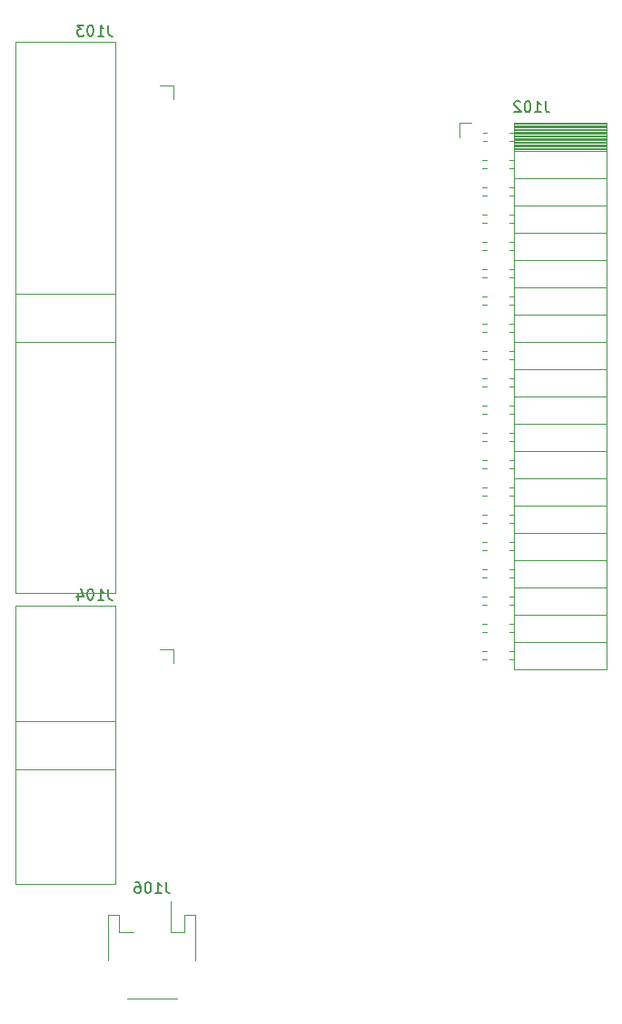
<source format=gbo>
G04 #@! TF.GenerationSoftware,KiCad,Pcbnew,(5.99.0-490-gc7ce93e10)*
G04 #@! TF.CreationDate,2019-12-10T11:33:49+01:00*
G04 #@! TF.ProjectId,LichtDom,4c696368-7444-46f6-9d2e-6b696361645f,0.1*
G04 #@! TF.SameCoordinates,Original*
G04 #@! TF.FileFunction,Legend,Bot*
G04 #@! TF.FilePolarity,Positive*
%FSLAX46Y46*%
G04 Gerber Fmt 4.6, Leading zero omitted, Abs format (unit mm)*
G04 Created by KiCad (PCBNEW (5.99.0-490-gc7ce93e10)) date 2019-12-10 11:33:49*
%MOMM*%
%LPD*%
G04 APERTURE LIST*
%ADD10C,0.120000*%
%ADD11C,0.150000*%
%ADD12R,1.602000X3.502000*%
%ADD13R,1.102000X3.602000*%
%ADD14C,3.302000*%
%ADD15C,2.902000*%
%ADD16O,1.802000X1.802000*%
%ADD17R,1.802000X1.802000*%
%ADD18O,1.829200X1.829200*%
%ADD19R,1.829200X1.829200*%
%ADD20O,1.802000X2.102000*%
%ADD21R,1.802000X2.102000*%
G04 APERTURE END LIST*
D10*
X193590000Y-164260000D02*
X188910000Y-164260000D01*
X188210000Y-158040000D02*
X189490000Y-158040000D01*
X188210000Y-156440000D02*
X188210000Y-158040000D01*
X187190000Y-156440000D02*
X188210000Y-156440000D01*
X187190000Y-160690000D02*
X187190000Y-156440000D01*
X193010000Y-158040000D02*
X193010000Y-155150000D01*
X194290000Y-158040000D02*
X193010000Y-158040000D01*
X194290000Y-156440000D02*
X194290000Y-158040000D01*
X195310000Y-156440000D02*
X194290000Y-156440000D01*
X195310000Y-160690000D02*
X195310000Y-156440000D01*
X193270000Y-131730000D02*
X193270000Y-133000000D01*
X192000000Y-131730000D02*
X193270000Y-131730000D01*
X178520000Y-127650000D02*
X178520000Y-153590000D01*
X187870000Y-127650000D02*
X178520000Y-127650000D01*
X187870000Y-153590000D02*
X178520000Y-153590000D01*
X187870000Y-153590000D02*
X187870000Y-127650000D01*
X187870000Y-138370000D02*
X178520000Y-138370000D01*
X187870000Y-142870000D02*
X178520000Y-142870000D01*
X193270000Y-79230000D02*
X193270000Y-80500000D01*
X192000000Y-79230000D02*
X193270000Y-79230000D01*
X178520000Y-75150000D02*
X178520000Y-126490000D01*
X187870000Y-75150000D02*
X178520000Y-75150000D01*
X187870000Y-98570000D02*
X178520000Y-98570000D01*
X187870000Y-103070000D02*
X178520000Y-103070000D01*
X187870000Y-126490000D02*
X178520000Y-126490000D01*
X187870000Y-126490000D02*
X187870000Y-75150000D01*
X233630000Y-82790000D02*
X225000000Y-82790000D01*
X233630000Y-82908095D02*
X225000000Y-82908095D01*
X233630000Y-83026190D02*
X225000000Y-83026190D01*
X233630000Y-83144285D02*
X225000000Y-83144285D01*
X233630000Y-83262380D02*
X225000000Y-83262380D01*
X233630000Y-83380475D02*
X225000000Y-83380475D01*
X233630000Y-83498570D02*
X225000000Y-83498570D01*
X233630000Y-83616665D02*
X225000000Y-83616665D01*
X233630000Y-83734760D02*
X225000000Y-83734760D01*
X233630000Y-83852855D02*
X225000000Y-83852855D01*
X233630000Y-83970950D02*
X225000000Y-83970950D01*
X233630000Y-84089045D02*
X225000000Y-84089045D01*
X233630000Y-84207140D02*
X225000000Y-84207140D01*
X233630000Y-84325235D02*
X225000000Y-84325235D01*
X233630000Y-84443330D02*
X225000000Y-84443330D01*
X233630000Y-84561425D02*
X225000000Y-84561425D01*
X233630000Y-84679520D02*
X225000000Y-84679520D01*
X233630000Y-84797615D02*
X225000000Y-84797615D01*
X233630000Y-84915710D02*
X225000000Y-84915710D01*
X233630000Y-85033805D02*
X225000000Y-85033805D01*
X233630000Y-85151900D02*
X225000000Y-85151900D01*
X225000000Y-83640000D02*
X224590000Y-83640000D01*
X222490000Y-83640000D02*
X222110000Y-83640000D01*
X225000000Y-84360000D02*
X224590000Y-84360000D01*
X222490000Y-84360000D02*
X222110000Y-84360000D01*
X225000000Y-86180000D02*
X224590000Y-86180000D01*
X222490000Y-86180000D02*
X222050000Y-86180000D01*
X225000000Y-86900000D02*
X224590000Y-86900000D01*
X222490000Y-86900000D02*
X222050000Y-86900000D01*
X225000000Y-88720000D02*
X224590000Y-88720000D01*
X222490000Y-88720000D02*
X222050000Y-88720000D01*
X225000000Y-89440000D02*
X224590000Y-89440000D01*
X222490000Y-89440000D02*
X222050000Y-89440000D01*
X225000000Y-91260000D02*
X224590000Y-91260000D01*
X222490000Y-91260000D02*
X222050000Y-91260000D01*
X225000000Y-91980000D02*
X224590000Y-91980000D01*
X222490000Y-91980000D02*
X222050000Y-91980000D01*
X225000000Y-93800000D02*
X224590000Y-93800000D01*
X222490000Y-93800000D02*
X222050000Y-93800000D01*
X225000000Y-94520000D02*
X224590000Y-94520000D01*
X222490000Y-94520000D02*
X222050000Y-94520000D01*
X225000000Y-96340000D02*
X224590000Y-96340000D01*
X222490000Y-96340000D02*
X222050000Y-96340000D01*
X225000000Y-97060000D02*
X224590000Y-97060000D01*
X222490000Y-97060000D02*
X222050000Y-97060000D01*
X225000000Y-98880000D02*
X224590000Y-98880000D01*
X222490000Y-98880000D02*
X222050000Y-98880000D01*
X225000000Y-99600000D02*
X224590000Y-99600000D01*
X222490000Y-99600000D02*
X222050000Y-99600000D01*
X225000000Y-101420000D02*
X224590000Y-101420000D01*
X222490000Y-101420000D02*
X222050000Y-101420000D01*
X225000000Y-102140000D02*
X224590000Y-102140000D01*
X222490000Y-102140000D02*
X222050000Y-102140000D01*
X225000000Y-103960000D02*
X224590000Y-103960000D01*
X222490000Y-103960000D02*
X222050000Y-103960000D01*
X225000000Y-104680000D02*
X224590000Y-104680000D01*
X222490000Y-104680000D02*
X222050000Y-104680000D01*
X225000000Y-106500000D02*
X224590000Y-106500000D01*
X222490000Y-106500000D02*
X222050000Y-106500000D01*
X225000000Y-107220000D02*
X224590000Y-107220000D01*
X222490000Y-107220000D02*
X222050000Y-107220000D01*
X225000000Y-109040000D02*
X224590000Y-109040000D01*
X222490000Y-109040000D02*
X222050000Y-109040000D01*
X225000000Y-109760000D02*
X224590000Y-109760000D01*
X222490000Y-109760000D02*
X222050000Y-109760000D01*
X225000000Y-111580000D02*
X224590000Y-111580000D01*
X222490000Y-111580000D02*
X222050000Y-111580000D01*
X225000000Y-112300000D02*
X224590000Y-112300000D01*
X222490000Y-112300000D02*
X222050000Y-112300000D01*
X225000000Y-114120000D02*
X224590000Y-114120000D01*
X222490000Y-114120000D02*
X222050000Y-114120000D01*
X225000000Y-114840000D02*
X224590000Y-114840000D01*
X222490000Y-114840000D02*
X222050000Y-114840000D01*
X225000000Y-116660000D02*
X224590000Y-116660000D01*
X222490000Y-116660000D02*
X222050000Y-116660000D01*
X225000000Y-117380000D02*
X224590000Y-117380000D01*
X222490000Y-117380000D02*
X222050000Y-117380000D01*
X225000000Y-119200000D02*
X224590000Y-119200000D01*
X222490000Y-119200000D02*
X222050000Y-119200000D01*
X225000000Y-119920000D02*
X224590000Y-119920000D01*
X222490000Y-119920000D02*
X222050000Y-119920000D01*
X225000000Y-121740000D02*
X224590000Y-121740000D01*
X222490000Y-121740000D02*
X222050000Y-121740000D01*
X225000000Y-122460000D02*
X224590000Y-122460000D01*
X222490000Y-122460000D02*
X222050000Y-122460000D01*
X225000000Y-124280000D02*
X224590000Y-124280000D01*
X222490000Y-124280000D02*
X222050000Y-124280000D01*
X225000000Y-125000000D02*
X224590000Y-125000000D01*
X222490000Y-125000000D02*
X222050000Y-125000000D01*
X225000000Y-126820000D02*
X224590000Y-126820000D01*
X222490000Y-126820000D02*
X222050000Y-126820000D01*
X225000000Y-127540000D02*
X224590000Y-127540000D01*
X222490000Y-127540000D02*
X222050000Y-127540000D01*
X225000000Y-129360000D02*
X224590000Y-129360000D01*
X222490000Y-129360000D02*
X222050000Y-129360000D01*
X225000000Y-130080000D02*
X224590000Y-130080000D01*
X222490000Y-130080000D02*
X222050000Y-130080000D01*
X225000000Y-131900000D02*
X224590000Y-131900000D01*
X222490000Y-131900000D02*
X222050000Y-131900000D01*
X225000000Y-132620000D02*
X224590000Y-132620000D01*
X222490000Y-132620000D02*
X222050000Y-132620000D01*
X233630000Y-85270000D02*
X225000000Y-85270000D01*
X233630000Y-87810000D02*
X225000000Y-87810000D01*
X233630000Y-90350000D02*
X225000000Y-90350000D01*
X233630000Y-92890000D02*
X225000000Y-92890000D01*
X233630000Y-95430000D02*
X225000000Y-95430000D01*
X233630000Y-97970000D02*
X225000000Y-97970000D01*
X233630000Y-100510000D02*
X225000000Y-100510000D01*
X233630000Y-103050000D02*
X225000000Y-103050000D01*
X233630000Y-105590000D02*
X225000000Y-105590000D01*
X233630000Y-108130000D02*
X225000000Y-108130000D01*
X233630000Y-110670000D02*
X225000000Y-110670000D01*
X233630000Y-113210000D02*
X225000000Y-113210000D01*
X233630000Y-115750000D02*
X225000000Y-115750000D01*
X233630000Y-118290000D02*
X225000000Y-118290000D01*
X233630000Y-120830000D02*
X225000000Y-120830000D01*
X233630000Y-123370000D02*
X225000000Y-123370000D01*
X233630000Y-125910000D02*
X225000000Y-125910000D01*
X233630000Y-128450000D02*
X225000000Y-128450000D01*
X233630000Y-130990000D02*
X225000000Y-130990000D01*
X233630000Y-82670000D02*
X225000000Y-82670000D01*
X225000000Y-82670000D02*
X225000000Y-133590000D01*
X233630000Y-133590000D02*
X225000000Y-133590000D01*
X233630000Y-82670000D02*
X233630000Y-133590000D01*
X219890000Y-82670000D02*
X219890000Y-84000000D01*
X221000000Y-82670000D02*
X219890000Y-82670000D01*
D11*
X192535714Y-153402380D02*
X192535714Y-154116666D01*
X192583333Y-154259523D01*
X192678571Y-154354761D01*
X192821428Y-154402380D01*
X192916666Y-154402380D01*
X191535714Y-154402380D02*
X192107142Y-154402380D01*
X191821428Y-154402380D02*
X191821428Y-153402380D01*
X191916666Y-153545238D01*
X192011904Y-153640476D01*
X192107142Y-153688095D01*
X190916666Y-153402380D02*
X190821428Y-153402380D01*
X190726190Y-153450000D01*
X190678571Y-153497619D01*
X190630952Y-153592857D01*
X190583333Y-153783333D01*
X190583333Y-154021428D01*
X190630952Y-154211904D01*
X190678571Y-154307142D01*
X190726190Y-154354761D01*
X190821428Y-154402380D01*
X190916666Y-154402380D01*
X191011904Y-154354761D01*
X191059523Y-154307142D01*
X191107142Y-154211904D01*
X191154761Y-154021428D01*
X191154761Y-153783333D01*
X191107142Y-153592857D01*
X191059523Y-153497619D01*
X191011904Y-153450000D01*
X190916666Y-153402380D01*
X189726190Y-153402380D02*
X189916666Y-153402380D01*
X190011904Y-153450000D01*
X190059523Y-153497619D01*
X190154761Y-153640476D01*
X190202380Y-153830952D01*
X190202380Y-154211904D01*
X190154761Y-154307142D01*
X190107142Y-154354761D01*
X190011904Y-154402380D01*
X189821428Y-154402380D01*
X189726190Y-154354761D01*
X189678571Y-154307142D01*
X189630952Y-154211904D01*
X189630952Y-153973809D01*
X189678571Y-153878571D01*
X189726190Y-153830952D01*
X189821428Y-153783333D01*
X190011904Y-153783333D01*
X190107142Y-153830952D01*
X190154761Y-153878571D01*
X190202380Y-153973809D01*
X187180714Y-126102380D02*
X187180714Y-126816666D01*
X187228333Y-126959523D01*
X187323571Y-127054761D01*
X187466428Y-127102380D01*
X187561666Y-127102380D01*
X186180714Y-127102380D02*
X186752142Y-127102380D01*
X186466428Y-127102380D02*
X186466428Y-126102380D01*
X186561666Y-126245238D01*
X186656904Y-126340476D01*
X186752142Y-126388095D01*
X185561666Y-126102380D02*
X185466428Y-126102380D01*
X185371190Y-126150000D01*
X185323571Y-126197619D01*
X185275952Y-126292857D01*
X185228333Y-126483333D01*
X185228333Y-126721428D01*
X185275952Y-126911904D01*
X185323571Y-127007142D01*
X185371190Y-127054761D01*
X185466428Y-127102380D01*
X185561666Y-127102380D01*
X185656904Y-127054761D01*
X185704523Y-127007142D01*
X185752142Y-126911904D01*
X185799761Y-126721428D01*
X185799761Y-126483333D01*
X185752142Y-126292857D01*
X185704523Y-126197619D01*
X185656904Y-126150000D01*
X185561666Y-126102380D01*
X184371190Y-126435714D02*
X184371190Y-127102380D01*
X184609285Y-126054761D02*
X184847380Y-126769047D01*
X184228333Y-126769047D01*
X187180714Y-73602380D02*
X187180714Y-74316666D01*
X187228333Y-74459523D01*
X187323571Y-74554761D01*
X187466428Y-74602380D01*
X187561666Y-74602380D01*
X186180714Y-74602380D02*
X186752142Y-74602380D01*
X186466428Y-74602380D02*
X186466428Y-73602380D01*
X186561666Y-73745238D01*
X186656904Y-73840476D01*
X186752142Y-73888095D01*
X185561666Y-73602380D02*
X185466428Y-73602380D01*
X185371190Y-73650000D01*
X185323571Y-73697619D01*
X185275952Y-73792857D01*
X185228333Y-73983333D01*
X185228333Y-74221428D01*
X185275952Y-74411904D01*
X185323571Y-74507142D01*
X185371190Y-74554761D01*
X185466428Y-74602380D01*
X185561666Y-74602380D01*
X185656904Y-74554761D01*
X185704523Y-74507142D01*
X185752142Y-74411904D01*
X185799761Y-74221428D01*
X185799761Y-73983333D01*
X185752142Y-73792857D01*
X185704523Y-73697619D01*
X185656904Y-73650000D01*
X185561666Y-73602380D01*
X184895000Y-73602380D02*
X184275952Y-73602380D01*
X184609285Y-73983333D01*
X184466428Y-73983333D01*
X184371190Y-74030952D01*
X184323571Y-74078571D01*
X184275952Y-74173809D01*
X184275952Y-74411904D01*
X184323571Y-74507142D01*
X184371190Y-74554761D01*
X184466428Y-74602380D01*
X184752142Y-74602380D01*
X184847380Y-74554761D01*
X184895000Y-74507142D01*
X227935714Y-80682380D02*
X227935714Y-81396666D01*
X227983333Y-81539523D01*
X228078571Y-81634761D01*
X228221428Y-81682380D01*
X228316666Y-81682380D01*
X226935714Y-81682380D02*
X227507142Y-81682380D01*
X227221428Y-81682380D02*
X227221428Y-80682380D01*
X227316666Y-80825238D01*
X227411904Y-80920476D01*
X227507142Y-80968095D01*
X226316666Y-80682380D02*
X226221428Y-80682380D01*
X226126190Y-80730000D01*
X226078571Y-80777619D01*
X226030952Y-80872857D01*
X225983333Y-81063333D01*
X225983333Y-81301428D01*
X226030952Y-81491904D01*
X226078571Y-81587142D01*
X226126190Y-81634761D01*
X226221428Y-81682380D01*
X226316666Y-81682380D01*
X226411904Y-81634761D01*
X226459523Y-81587142D01*
X226507142Y-81491904D01*
X226554761Y-81301428D01*
X226554761Y-81063333D01*
X226507142Y-80872857D01*
X226459523Y-80777619D01*
X226411904Y-80730000D01*
X226316666Y-80682380D01*
X225602380Y-80777619D02*
X225554761Y-80730000D01*
X225459523Y-80682380D01*
X225221428Y-80682380D01*
X225126190Y-80730000D01*
X225078571Y-80777619D01*
X225030952Y-80872857D01*
X225030952Y-80968095D01*
X225078571Y-81110952D01*
X225650000Y-81682380D01*
X225030952Y-81682380D01*
%LPC*%
D12*
X187900000Y-162650000D03*
X194600000Y-162650000D03*
D13*
X190250000Y-156900000D03*
X192250000Y-156900000D03*
D14*
X185000000Y-119600000D03*
X185000000Y-89100000D03*
X213500000Y-119600000D03*
X213500000Y-89100000D03*
X197750000Y-148750000D03*
X228750000Y-159750000D03*
X197750000Y-78750000D03*
X182750000Y-159750000D03*
D15*
X216000000Y-128750000D03*
X224000000Y-79000000D03*
X230500000Y-79000000D03*
X211500000Y-128750000D03*
D16*
X214000000Y-108120000D03*
X214000000Y-105580000D03*
X214000000Y-103040000D03*
D17*
X214000000Y-100500000D03*
D18*
X189460000Y-148240000D03*
X192000000Y-148240000D03*
X189460000Y-145700000D03*
X192000000Y-145700000D03*
X189460000Y-143160000D03*
X192000000Y-143160000D03*
X189460000Y-140620000D03*
X192000000Y-140620000D03*
X189460000Y-138080000D03*
X192000000Y-138080000D03*
X189460000Y-135540000D03*
X192000000Y-135540000D03*
X189460000Y-133000000D03*
D19*
X192000000Y-133000000D03*
D18*
X189460000Y-121140000D03*
X192000000Y-121140000D03*
X189460000Y-118600000D03*
X192000000Y-118600000D03*
X189460000Y-116060000D03*
X192000000Y-116060000D03*
X189460000Y-113520000D03*
X192000000Y-113520000D03*
X189460000Y-110980000D03*
X192000000Y-110980000D03*
X189460000Y-108440000D03*
X192000000Y-108440000D03*
X189460000Y-105900000D03*
X192000000Y-105900000D03*
X189460000Y-103360000D03*
X192000000Y-103360000D03*
X189460000Y-100820000D03*
X192000000Y-100820000D03*
X189460000Y-98280000D03*
X192000000Y-98280000D03*
X189460000Y-95740000D03*
X192000000Y-95740000D03*
X189460000Y-93200000D03*
X192000000Y-93200000D03*
X189460000Y-90660000D03*
X192000000Y-90660000D03*
X189460000Y-88120000D03*
X192000000Y-88120000D03*
X189460000Y-85580000D03*
X192000000Y-85580000D03*
X189460000Y-83040000D03*
X192000000Y-83040000D03*
X189460000Y-80500000D03*
D19*
X192000000Y-80500000D03*
D16*
X223540000Y-132260000D03*
X221000000Y-132260000D03*
X223540000Y-129720000D03*
X221000000Y-129720000D03*
X223540000Y-127180000D03*
X221000000Y-127180000D03*
X223540000Y-124640000D03*
X221000000Y-124640000D03*
X223540000Y-122100000D03*
X221000000Y-122100000D03*
X223540000Y-119560000D03*
X221000000Y-119560000D03*
X223540000Y-117020000D03*
X221000000Y-117020000D03*
X223540000Y-114480000D03*
X221000000Y-114480000D03*
X223540000Y-111940000D03*
X221000000Y-111940000D03*
X223540000Y-109400000D03*
X221000000Y-109400000D03*
X223540000Y-106860000D03*
X221000000Y-106860000D03*
X223540000Y-104320000D03*
X221000000Y-104320000D03*
X223540000Y-101780000D03*
X221000000Y-101780000D03*
X223540000Y-99240000D03*
X221000000Y-99240000D03*
X223540000Y-96700000D03*
X221000000Y-96700000D03*
X223540000Y-94160000D03*
X221000000Y-94160000D03*
X223540000Y-91620000D03*
X221000000Y-91620000D03*
X223540000Y-89080000D03*
X221000000Y-89080000D03*
X223540000Y-86540000D03*
X221000000Y-86540000D03*
X223540000Y-84000000D03*
D17*
X221000000Y-84000000D03*
D20*
X199000000Y-156750000D03*
D21*
X196500000Y-156750000D03*
M02*

</source>
